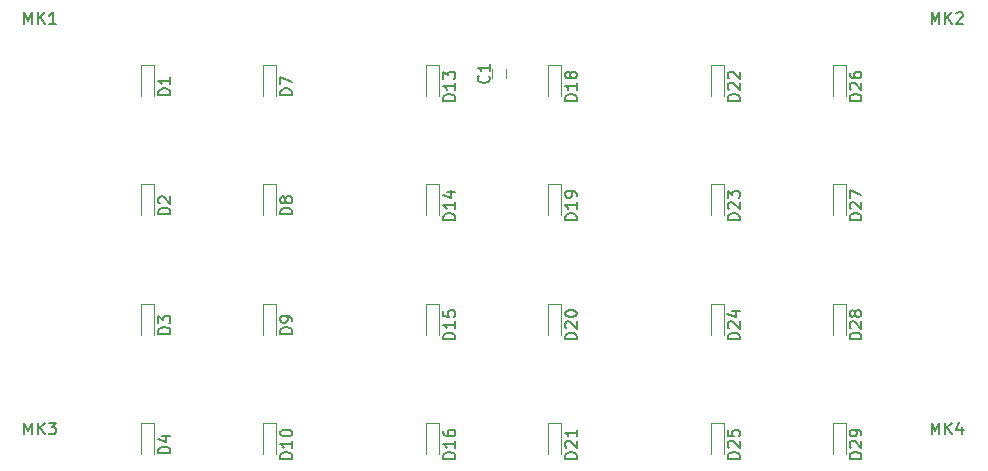
<source format=gbr>
G04 #@! TF.GenerationSoftware,KiCad,Pcbnew,(5.0.2)-1*
G04 #@! TF.CreationDate,2019-01-08T12:37:08+09:00*
G04 #@! TF.ProjectId,Caution Light Panel,43617574-696f-46e2-904c-696768742050,rev?*
G04 #@! TF.SameCoordinates,Original*
G04 #@! TF.FileFunction,Legend,Top*
G04 #@! TF.FilePolarity,Positive*
%FSLAX46Y46*%
G04 Gerber Fmt 4.6, Leading zero omitted, Abs format (unit mm)*
G04 Created by KiCad (PCBNEW (5.0.2)-1) date 1/8/2019 12:37:08 PM*
%MOMM*%
%LPD*%
G01*
G04 APERTURE LIST*
%ADD10C,0.120000*%
%ADD11C,0.150000*%
G04 APERTURE END LIST*
D10*
G04 #@! TO.C,C1*
X147480000Y-74090000D02*
X147480000Y-73390000D01*
X148680000Y-73390000D02*
X148680000Y-74090000D01*
G04 #@! TO.C,D1*
X118884600Y-73030400D02*
X117784600Y-73030400D01*
X117784600Y-73030400D02*
X117784600Y-75630400D01*
X118884600Y-73030400D02*
X118884600Y-75630400D01*
G04 #@! TO.C,D2*
X118884600Y-83130400D02*
X117784600Y-83130400D01*
X117784600Y-83130400D02*
X117784600Y-85730400D01*
X118884600Y-83130400D02*
X118884600Y-85730400D01*
G04 #@! TO.C,D3*
X118884600Y-93240400D02*
X117784600Y-93240400D01*
X117784600Y-93240400D02*
X117784600Y-95840400D01*
X118884600Y-93240400D02*
X118884600Y-95840400D01*
G04 #@! TO.C,D4*
X118884600Y-103350400D02*
X117784600Y-103350400D01*
X117784600Y-103350400D02*
X117784600Y-105950400D01*
X118884600Y-103350400D02*
X118884600Y-105950400D01*
G04 #@! TO.C,D7*
X129194600Y-73030400D02*
X128094600Y-73030400D01*
X128094600Y-73030400D02*
X128094600Y-75630400D01*
X129194600Y-73030400D02*
X129194600Y-75630400D01*
G04 #@! TO.C,D8*
X129194600Y-83130400D02*
X128094600Y-83130400D01*
X128094600Y-83130400D02*
X128094600Y-85730400D01*
X129194600Y-83130400D02*
X129194600Y-85730400D01*
G04 #@! TO.C,D9*
X129194600Y-93240400D02*
X128094600Y-93240400D01*
X128094600Y-93240400D02*
X128094600Y-95840400D01*
X129194600Y-93240400D02*
X129194600Y-95840400D01*
G04 #@! TO.C,D10*
X129194600Y-103350400D02*
X128094600Y-103350400D01*
X128094600Y-103350400D02*
X128094600Y-105950400D01*
X129194600Y-103350400D02*
X129194600Y-105950400D01*
G04 #@! TO.C,D13*
X142994600Y-73030400D02*
X141894600Y-73030400D01*
X141894600Y-73030400D02*
X141894600Y-75630400D01*
X142994600Y-73030400D02*
X142994600Y-75630400D01*
G04 #@! TO.C,D14*
X142994600Y-83130400D02*
X141894600Y-83130400D01*
X141894600Y-83130400D02*
X141894600Y-85730400D01*
X142994600Y-83130400D02*
X142994600Y-85730400D01*
G04 #@! TO.C,D15*
X142994600Y-93240400D02*
X141894600Y-93240400D01*
X141894600Y-93240400D02*
X141894600Y-95840400D01*
X142994600Y-93240400D02*
X142994600Y-95840400D01*
G04 #@! TO.C,D16*
X142994600Y-103350400D02*
X141894600Y-103350400D01*
X141894600Y-103350400D02*
X141894600Y-105950400D01*
X142994600Y-103350400D02*
X142994600Y-105950400D01*
G04 #@! TO.C,D18*
X153304600Y-73030400D02*
X152204600Y-73030400D01*
X152204600Y-73030400D02*
X152204600Y-75630400D01*
X153304600Y-73030400D02*
X153304600Y-75630400D01*
G04 #@! TO.C,D19*
X153304600Y-83130400D02*
X152204600Y-83130400D01*
X152204600Y-83130400D02*
X152204600Y-85730400D01*
X153304600Y-83130400D02*
X153304600Y-85730400D01*
G04 #@! TO.C,D20*
X153304600Y-93240400D02*
X152204600Y-93240400D01*
X152204600Y-93240400D02*
X152204600Y-95840400D01*
X153304600Y-93240400D02*
X153304600Y-95840400D01*
G04 #@! TO.C,D21*
X153304600Y-103350400D02*
X152204600Y-103350400D01*
X152204600Y-103350400D02*
X152204600Y-105950400D01*
X153304600Y-103350400D02*
X153304600Y-105950400D01*
G04 #@! TO.C,D22*
X167094600Y-73030400D02*
X165994600Y-73030400D01*
X165994600Y-73030400D02*
X165994600Y-75630400D01*
X167094600Y-73030400D02*
X167094600Y-75630400D01*
G04 #@! TO.C,D23*
X167094600Y-83130400D02*
X165994600Y-83130400D01*
X165994600Y-83130400D02*
X165994600Y-85730400D01*
X167094600Y-83130400D02*
X167094600Y-85730400D01*
G04 #@! TO.C,D24*
X167094600Y-93240400D02*
X165994600Y-93240400D01*
X165994600Y-93240400D02*
X165994600Y-95840400D01*
X167094600Y-93240400D02*
X167094600Y-95840400D01*
G04 #@! TO.C,D25*
X167094600Y-103350400D02*
X165994600Y-103350400D01*
X165994600Y-103350400D02*
X165994600Y-105950400D01*
X167094600Y-103350400D02*
X167094600Y-105950400D01*
G04 #@! TO.C,D26*
X177404600Y-73030400D02*
X176304600Y-73030400D01*
X176304600Y-73030400D02*
X176304600Y-75630400D01*
X177404600Y-73030400D02*
X177404600Y-75630400D01*
G04 #@! TO.C,D27*
X177404600Y-83130400D02*
X176304600Y-83130400D01*
X176304600Y-83130400D02*
X176304600Y-85730400D01*
X177404600Y-83130400D02*
X177404600Y-85730400D01*
G04 #@! TO.C,D28*
X177404600Y-93240400D02*
X176304600Y-93240400D01*
X176304600Y-93240400D02*
X176304600Y-95840400D01*
X177404600Y-93240400D02*
X177404600Y-95840400D01*
G04 #@! TO.C,D29*
X177404600Y-103350400D02*
X176304600Y-103350400D01*
X176304600Y-103350400D02*
X176304600Y-105950400D01*
X177404600Y-103350400D02*
X177404600Y-105950400D01*
G04 #@! TO.C,C1*
D11*
X147187142Y-73906666D02*
X147234761Y-73954285D01*
X147282380Y-74097142D01*
X147282380Y-74192380D01*
X147234761Y-74335238D01*
X147139523Y-74430476D01*
X147044285Y-74478095D01*
X146853809Y-74525714D01*
X146710952Y-74525714D01*
X146520476Y-74478095D01*
X146425238Y-74430476D01*
X146330000Y-74335238D01*
X146282380Y-74192380D01*
X146282380Y-74097142D01*
X146330000Y-73954285D01*
X146377619Y-73906666D01*
X147282380Y-72954285D02*
X147282380Y-73525714D01*
X147282380Y-73240000D02*
X146282380Y-73240000D01*
X146425238Y-73335238D01*
X146520476Y-73430476D01*
X146568095Y-73525714D01*
G04 #@! TO.C,D1*
X120236980Y-75568495D02*
X119236980Y-75568495D01*
X119236980Y-75330400D01*
X119284600Y-75187542D01*
X119379838Y-75092304D01*
X119475076Y-75044685D01*
X119665552Y-74997066D01*
X119808409Y-74997066D01*
X119998885Y-75044685D01*
X120094123Y-75092304D01*
X120189361Y-75187542D01*
X120236980Y-75330400D01*
X120236980Y-75568495D01*
X120236980Y-74044685D02*
X120236980Y-74616114D01*
X120236980Y-74330400D02*
X119236980Y-74330400D01*
X119379838Y-74425638D01*
X119475076Y-74520876D01*
X119522695Y-74616114D01*
G04 #@! TO.C,D2*
X120236980Y-85668495D02*
X119236980Y-85668495D01*
X119236980Y-85430400D01*
X119284600Y-85287542D01*
X119379838Y-85192304D01*
X119475076Y-85144685D01*
X119665552Y-85097066D01*
X119808409Y-85097066D01*
X119998885Y-85144685D01*
X120094123Y-85192304D01*
X120189361Y-85287542D01*
X120236980Y-85430400D01*
X120236980Y-85668495D01*
X119332219Y-84716114D02*
X119284600Y-84668495D01*
X119236980Y-84573257D01*
X119236980Y-84335161D01*
X119284600Y-84239923D01*
X119332219Y-84192304D01*
X119427457Y-84144685D01*
X119522695Y-84144685D01*
X119665552Y-84192304D01*
X120236980Y-84763733D01*
X120236980Y-84144685D01*
G04 #@! TO.C,D3*
X120236980Y-95778495D02*
X119236980Y-95778495D01*
X119236980Y-95540400D01*
X119284600Y-95397542D01*
X119379838Y-95302304D01*
X119475076Y-95254685D01*
X119665552Y-95207066D01*
X119808409Y-95207066D01*
X119998885Y-95254685D01*
X120094123Y-95302304D01*
X120189361Y-95397542D01*
X120236980Y-95540400D01*
X120236980Y-95778495D01*
X119236980Y-94873733D02*
X119236980Y-94254685D01*
X119617933Y-94588019D01*
X119617933Y-94445161D01*
X119665552Y-94349923D01*
X119713171Y-94302304D01*
X119808409Y-94254685D01*
X120046504Y-94254685D01*
X120141742Y-94302304D01*
X120189361Y-94349923D01*
X120236980Y-94445161D01*
X120236980Y-94730876D01*
X120189361Y-94826114D01*
X120141742Y-94873733D01*
G04 #@! TO.C,D4*
X120236980Y-105888495D02*
X119236980Y-105888495D01*
X119236980Y-105650400D01*
X119284600Y-105507542D01*
X119379838Y-105412304D01*
X119475076Y-105364685D01*
X119665552Y-105317066D01*
X119808409Y-105317066D01*
X119998885Y-105364685D01*
X120094123Y-105412304D01*
X120189361Y-105507542D01*
X120236980Y-105650400D01*
X120236980Y-105888495D01*
X119570314Y-104459923D02*
X120236980Y-104459923D01*
X119189361Y-104698019D02*
X119903647Y-104936114D01*
X119903647Y-104317066D01*
G04 #@! TO.C,D7*
X130546980Y-75568495D02*
X129546980Y-75568495D01*
X129546980Y-75330400D01*
X129594600Y-75187542D01*
X129689838Y-75092304D01*
X129785076Y-75044685D01*
X129975552Y-74997066D01*
X130118409Y-74997066D01*
X130308885Y-75044685D01*
X130404123Y-75092304D01*
X130499361Y-75187542D01*
X130546980Y-75330400D01*
X130546980Y-75568495D01*
X129546980Y-74663733D02*
X129546980Y-73997066D01*
X130546980Y-74425638D01*
G04 #@! TO.C,D8*
X130546980Y-85668495D02*
X129546980Y-85668495D01*
X129546980Y-85430400D01*
X129594600Y-85287542D01*
X129689838Y-85192304D01*
X129785076Y-85144685D01*
X129975552Y-85097066D01*
X130118409Y-85097066D01*
X130308885Y-85144685D01*
X130404123Y-85192304D01*
X130499361Y-85287542D01*
X130546980Y-85430400D01*
X130546980Y-85668495D01*
X129975552Y-84525638D02*
X129927933Y-84620876D01*
X129880314Y-84668495D01*
X129785076Y-84716114D01*
X129737457Y-84716114D01*
X129642219Y-84668495D01*
X129594600Y-84620876D01*
X129546980Y-84525638D01*
X129546980Y-84335161D01*
X129594600Y-84239923D01*
X129642219Y-84192304D01*
X129737457Y-84144685D01*
X129785076Y-84144685D01*
X129880314Y-84192304D01*
X129927933Y-84239923D01*
X129975552Y-84335161D01*
X129975552Y-84525638D01*
X130023171Y-84620876D01*
X130070790Y-84668495D01*
X130166028Y-84716114D01*
X130356504Y-84716114D01*
X130451742Y-84668495D01*
X130499361Y-84620876D01*
X130546980Y-84525638D01*
X130546980Y-84335161D01*
X130499361Y-84239923D01*
X130451742Y-84192304D01*
X130356504Y-84144685D01*
X130166028Y-84144685D01*
X130070790Y-84192304D01*
X130023171Y-84239923D01*
X129975552Y-84335161D01*
G04 #@! TO.C,D9*
X130546980Y-95778495D02*
X129546980Y-95778495D01*
X129546980Y-95540400D01*
X129594600Y-95397542D01*
X129689838Y-95302304D01*
X129785076Y-95254685D01*
X129975552Y-95207066D01*
X130118409Y-95207066D01*
X130308885Y-95254685D01*
X130404123Y-95302304D01*
X130499361Y-95397542D01*
X130546980Y-95540400D01*
X130546980Y-95778495D01*
X130546980Y-94730876D02*
X130546980Y-94540400D01*
X130499361Y-94445161D01*
X130451742Y-94397542D01*
X130308885Y-94302304D01*
X130118409Y-94254685D01*
X129737457Y-94254685D01*
X129642219Y-94302304D01*
X129594600Y-94349923D01*
X129546980Y-94445161D01*
X129546980Y-94635638D01*
X129594600Y-94730876D01*
X129642219Y-94778495D01*
X129737457Y-94826114D01*
X129975552Y-94826114D01*
X130070790Y-94778495D01*
X130118409Y-94730876D01*
X130166028Y-94635638D01*
X130166028Y-94445161D01*
X130118409Y-94349923D01*
X130070790Y-94302304D01*
X129975552Y-94254685D01*
G04 #@! TO.C,D10*
X130546980Y-106364685D02*
X129546980Y-106364685D01*
X129546980Y-106126590D01*
X129594600Y-105983733D01*
X129689838Y-105888495D01*
X129785076Y-105840876D01*
X129975552Y-105793257D01*
X130118409Y-105793257D01*
X130308885Y-105840876D01*
X130404123Y-105888495D01*
X130499361Y-105983733D01*
X130546980Y-106126590D01*
X130546980Y-106364685D01*
X130546980Y-104840876D02*
X130546980Y-105412304D01*
X130546980Y-105126590D02*
X129546980Y-105126590D01*
X129689838Y-105221828D01*
X129785076Y-105317066D01*
X129832695Y-105412304D01*
X129546980Y-104221828D02*
X129546980Y-104126590D01*
X129594600Y-104031352D01*
X129642219Y-103983733D01*
X129737457Y-103936114D01*
X129927933Y-103888495D01*
X130166028Y-103888495D01*
X130356504Y-103936114D01*
X130451742Y-103983733D01*
X130499361Y-104031352D01*
X130546980Y-104126590D01*
X130546980Y-104221828D01*
X130499361Y-104317066D01*
X130451742Y-104364685D01*
X130356504Y-104412304D01*
X130166028Y-104459923D01*
X129927933Y-104459923D01*
X129737457Y-104412304D01*
X129642219Y-104364685D01*
X129594600Y-104317066D01*
X129546980Y-104221828D01*
G04 #@! TO.C,D13*
X144346980Y-76044685D02*
X143346980Y-76044685D01*
X143346980Y-75806590D01*
X143394600Y-75663733D01*
X143489838Y-75568495D01*
X143585076Y-75520876D01*
X143775552Y-75473257D01*
X143918409Y-75473257D01*
X144108885Y-75520876D01*
X144204123Y-75568495D01*
X144299361Y-75663733D01*
X144346980Y-75806590D01*
X144346980Y-76044685D01*
X144346980Y-74520876D02*
X144346980Y-75092304D01*
X144346980Y-74806590D02*
X143346980Y-74806590D01*
X143489838Y-74901828D01*
X143585076Y-74997066D01*
X143632695Y-75092304D01*
X143346980Y-74187542D02*
X143346980Y-73568495D01*
X143727933Y-73901828D01*
X143727933Y-73758971D01*
X143775552Y-73663733D01*
X143823171Y-73616114D01*
X143918409Y-73568495D01*
X144156504Y-73568495D01*
X144251742Y-73616114D01*
X144299361Y-73663733D01*
X144346980Y-73758971D01*
X144346980Y-74044685D01*
X144299361Y-74139923D01*
X144251742Y-74187542D01*
G04 #@! TO.C,D14*
X144346980Y-86144685D02*
X143346980Y-86144685D01*
X143346980Y-85906590D01*
X143394600Y-85763733D01*
X143489838Y-85668495D01*
X143585076Y-85620876D01*
X143775552Y-85573257D01*
X143918409Y-85573257D01*
X144108885Y-85620876D01*
X144204123Y-85668495D01*
X144299361Y-85763733D01*
X144346980Y-85906590D01*
X144346980Y-86144685D01*
X144346980Y-84620876D02*
X144346980Y-85192304D01*
X144346980Y-84906590D02*
X143346980Y-84906590D01*
X143489838Y-85001828D01*
X143585076Y-85097066D01*
X143632695Y-85192304D01*
X143680314Y-83763733D02*
X144346980Y-83763733D01*
X143299361Y-84001828D02*
X144013647Y-84239923D01*
X144013647Y-83620876D01*
G04 #@! TO.C,D15*
X144346980Y-96254685D02*
X143346980Y-96254685D01*
X143346980Y-96016590D01*
X143394600Y-95873733D01*
X143489838Y-95778495D01*
X143585076Y-95730876D01*
X143775552Y-95683257D01*
X143918409Y-95683257D01*
X144108885Y-95730876D01*
X144204123Y-95778495D01*
X144299361Y-95873733D01*
X144346980Y-96016590D01*
X144346980Y-96254685D01*
X144346980Y-94730876D02*
X144346980Y-95302304D01*
X144346980Y-95016590D02*
X143346980Y-95016590D01*
X143489838Y-95111828D01*
X143585076Y-95207066D01*
X143632695Y-95302304D01*
X143346980Y-93826114D02*
X143346980Y-94302304D01*
X143823171Y-94349923D01*
X143775552Y-94302304D01*
X143727933Y-94207066D01*
X143727933Y-93968971D01*
X143775552Y-93873733D01*
X143823171Y-93826114D01*
X143918409Y-93778495D01*
X144156504Y-93778495D01*
X144251742Y-93826114D01*
X144299361Y-93873733D01*
X144346980Y-93968971D01*
X144346980Y-94207066D01*
X144299361Y-94302304D01*
X144251742Y-94349923D01*
G04 #@! TO.C,D16*
X144346980Y-106364685D02*
X143346980Y-106364685D01*
X143346980Y-106126590D01*
X143394600Y-105983733D01*
X143489838Y-105888495D01*
X143585076Y-105840876D01*
X143775552Y-105793257D01*
X143918409Y-105793257D01*
X144108885Y-105840876D01*
X144204123Y-105888495D01*
X144299361Y-105983733D01*
X144346980Y-106126590D01*
X144346980Y-106364685D01*
X144346980Y-104840876D02*
X144346980Y-105412304D01*
X144346980Y-105126590D02*
X143346980Y-105126590D01*
X143489838Y-105221828D01*
X143585076Y-105317066D01*
X143632695Y-105412304D01*
X143346980Y-103983733D02*
X143346980Y-104174209D01*
X143394600Y-104269447D01*
X143442219Y-104317066D01*
X143585076Y-104412304D01*
X143775552Y-104459923D01*
X144156504Y-104459923D01*
X144251742Y-104412304D01*
X144299361Y-104364685D01*
X144346980Y-104269447D01*
X144346980Y-104078971D01*
X144299361Y-103983733D01*
X144251742Y-103936114D01*
X144156504Y-103888495D01*
X143918409Y-103888495D01*
X143823171Y-103936114D01*
X143775552Y-103983733D01*
X143727933Y-104078971D01*
X143727933Y-104269447D01*
X143775552Y-104364685D01*
X143823171Y-104412304D01*
X143918409Y-104459923D01*
G04 #@! TO.C,D18*
X154656980Y-76044685D02*
X153656980Y-76044685D01*
X153656980Y-75806590D01*
X153704600Y-75663733D01*
X153799838Y-75568495D01*
X153895076Y-75520876D01*
X154085552Y-75473257D01*
X154228409Y-75473257D01*
X154418885Y-75520876D01*
X154514123Y-75568495D01*
X154609361Y-75663733D01*
X154656980Y-75806590D01*
X154656980Y-76044685D01*
X154656980Y-74520876D02*
X154656980Y-75092304D01*
X154656980Y-74806590D02*
X153656980Y-74806590D01*
X153799838Y-74901828D01*
X153895076Y-74997066D01*
X153942695Y-75092304D01*
X154085552Y-73949447D02*
X154037933Y-74044685D01*
X153990314Y-74092304D01*
X153895076Y-74139923D01*
X153847457Y-74139923D01*
X153752219Y-74092304D01*
X153704600Y-74044685D01*
X153656980Y-73949447D01*
X153656980Y-73758971D01*
X153704600Y-73663733D01*
X153752219Y-73616114D01*
X153847457Y-73568495D01*
X153895076Y-73568495D01*
X153990314Y-73616114D01*
X154037933Y-73663733D01*
X154085552Y-73758971D01*
X154085552Y-73949447D01*
X154133171Y-74044685D01*
X154180790Y-74092304D01*
X154276028Y-74139923D01*
X154466504Y-74139923D01*
X154561742Y-74092304D01*
X154609361Y-74044685D01*
X154656980Y-73949447D01*
X154656980Y-73758971D01*
X154609361Y-73663733D01*
X154561742Y-73616114D01*
X154466504Y-73568495D01*
X154276028Y-73568495D01*
X154180790Y-73616114D01*
X154133171Y-73663733D01*
X154085552Y-73758971D01*
G04 #@! TO.C,D19*
X154656980Y-86144685D02*
X153656980Y-86144685D01*
X153656980Y-85906590D01*
X153704600Y-85763733D01*
X153799838Y-85668495D01*
X153895076Y-85620876D01*
X154085552Y-85573257D01*
X154228409Y-85573257D01*
X154418885Y-85620876D01*
X154514123Y-85668495D01*
X154609361Y-85763733D01*
X154656980Y-85906590D01*
X154656980Y-86144685D01*
X154656980Y-84620876D02*
X154656980Y-85192304D01*
X154656980Y-84906590D02*
X153656980Y-84906590D01*
X153799838Y-85001828D01*
X153895076Y-85097066D01*
X153942695Y-85192304D01*
X154656980Y-84144685D02*
X154656980Y-83954209D01*
X154609361Y-83858971D01*
X154561742Y-83811352D01*
X154418885Y-83716114D01*
X154228409Y-83668495D01*
X153847457Y-83668495D01*
X153752219Y-83716114D01*
X153704600Y-83763733D01*
X153656980Y-83858971D01*
X153656980Y-84049447D01*
X153704600Y-84144685D01*
X153752219Y-84192304D01*
X153847457Y-84239923D01*
X154085552Y-84239923D01*
X154180790Y-84192304D01*
X154228409Y-84144685D01*
X154276028Y-84049447D01*
X154276028Y-83858971D01*
X154228409Y-83763733D01*
X154180790Y-83716114D01*
X154085552Y-83668495D01*
G04 #@! TO.C,D20*
X154656980Y-96254685D02*
X153656980Y-96254685D01*
X153656980Y-96016590D01*
X153704600Y-95873733D01*
X153799838Y-95778495D01*
X153895076Y-95730876D01*
X154085552Y-95683257D01*
X154228409Y-95683257D01*
X154418885Y-95730876D01*
X154514123Y-95778495D01*
X154609361Y-95873733D01*
X154656980Y-96016590D01*
X154656980Y-96254685D01*
X153752219Y-95302304D02*
X153704600Y-95254685D01*
X153656980Y-95159447D01*
X153656980Y-94921352D01*
X153704600Y-94826114D01*
X153752219Y-94778495D01*
X153847457Y-94730876D01*
X153942695Y-94730876D01*
X154085552Y-94778495D01*
X154656980Y-95349923D01*
X154656980Y-94730876D01*
X153656980Y-94111828D02*
X153656980Y-94016590D01*
X153704600Y-93921352D01*
X153752219Y-93873733D01*
X153847457Y-93826114D01*
X154037933Y-93778495D01*
X154276028Y-93778495D01*
X154466504Y-93826114D01*
X154561742Y-93873733D01*
X154609361Y-93921352D01*
X154656980Y-94016590D01*
X154656980Y-94111828D01*
X154609361Y-94207066D01*
X154561742Y-94254685D01*
X154466504Y-94302304D01*
X154276028Y-94349923D01*
X154037933Y-94349923D01*
X153847457Y-94302304D01*
X153752219Y-94254685D01*
X153704600Y-94207066D01*
X153656980Y-94111828D01*
G04 #@! TO.C,D21*
X154656980Y-106364685D02*
X153656980Y-106364685D01*
X153656980Y-106126590D01*
X153704600Y-105983733D01*
X153799838Y-105888495D01*
X153895076Y-105840876D01*
X154085552Y-105793257D01*
X154228409Y-105793257D01*
X154418885Y-105840876D01*
X154514123Y-105888495D01*
X154609361Y-105983733D01*
X154656980Y-106126590D01*
X154656980Y-106364685D01*
X153752219Y-105412304D02*
X153704600Y-105364685D01*
X153656980Y-105269447D01*
X153656980Y-105031352D01*
X153704600Y-104936114D01*
X153752219Y-104888495D01*
X153847457Y-104840876D01*
X153942695Y-104840876D01*
X154085552Y-104888495D01*
X154656980Y-105459923D01*
X154656980Y-104840876D01*
X154656980Y-103888495D02*
X154656980Y-104459923D01*
X154656980Y-104174209D02*
X153656980Y-104174209D01*
X153799838Y-104269447D01*
X153895076Y-104364685D01*
X153942695Y-104459923D01*
G04 #@! TO.C,D22*
X168446980Y-76044685D02*
X167446980Y-76044685D01*
X167446980Y-75806590D01*
X167494600Y-75663733D01*
X167589838Y-75568495D01*
X167685076Y-75520876D01*
X167875552Y-75473257D01*
X168018409Y-75473257D01*
X168208885Y-75520876D01*
X168304123Y-75568495D01*
X168399361Y-75663733D01*
X168446980Y-75806590D01*
X168446980Y-76044685D01*
X167542219Y-75092304D02*
X167494600Y-75044685D01*
X167446980Y-74949447D01*
X167446980Y-74711352D01*
X167494600Y-74616114D01*
X167542219Y-74568495D01*
X167637457Y-74520876D01*
X167732695Y-74520876D01*
X167875552Y-74568495D01*
X168446980Y-75139923D01*
X168446980Y-74520876D01*
X167542219Y-74139923D02*
X167494600Y-74092304D01*
X167446980Y-73997066D01*
X167446980Y-73758971D01*
X167494600Y-73663733D01*
X167542219Y-73616114D01*
X167637457Y-73568495D01*
X167732695Y-73568495D01*
X167875552Y-73616114D01*
X168446980Y-74187542D01*
X168446980Y-73568495D01*
G04 #@! TO.C,D23*
X168446980Y-86144685D02*
X167446980Y-86144685D01*
X167446980Y-85906590D01*
X167494600Y-85763733D01*
X167589838Y-85668495D01*
X167685076Y-85620876D01*
X167875552Y-85573257D01*
X168018409Y-85573257D01*
X168208885Y-85620876D01*
X168304123Y-85668495D01*
X168399361Y-85763733D01*
X168446980Y-85906590D01*
X168446980Y-86144685D01*
X167542219Y-85192304D02*
X167494600Y-85144685D01*
X167446980Y-85049447D01*
X167446980Y-84811352D01*
X167494600Y-84716114D01*
X167542219Y-84668495D01*
X167637457Y-84620876D01*
X167732695Y-84620876D01*
X167875552Y-84668495D01*
X168446980Y-85239923D01*
X168446980Y-84620876D01*
X167446980Y-84287542D02*
X167446980Y-83668495D01*
X167827933Y-84001828D01*
X167827933Y-83858971D01*
X167875552Y-83763733D01*
X167923171Y-83716114D01*
X168018409Y-83668495D01*
X168256504Y-83668495D01*
X168351742Y-83716114D01*
X168399361Y-83763733D01*
X168446980Y-83858971D01*
X168446980Y-84144685D01*
X168399361Y-84239923D01*
X168351742Y-84287542D01*
G04 #@! TO.C,D24*
X168446980Y-96254685D02*
X167446980Y-96254685D01*
X167446980Y-96016590D01*
X167494600Y-95873733D01*
X167589838Y-95778495D01*
X167685076Y-95730876D01*
X167875552Y-95683257D01*
X168018409Y-95683257D01*
X168208885Y-95730876D01*
X168304123Y-95778495D01*
X168399361Y-95873733D01*
X168446980Y-96016590D01*
X168446980Y-96254685D01*
X167542219Y-95302304D02*
X167494600Y-95254685D01*
X167446980Y-95159447D01*
X167446980Y-94921352D01*
X167494600Y-94826114D01*
X167542219Y-94778495D01*
X167637457Y-94730876D01*
X167732695Y-94730876D01*
X167875552Y-94778495D01*
X168446980Y-95349923D01*
X168446980Y-94730876D01*
X167780314Y-93873733D02*
X168446980Y-93873733D01*
X167399361Y-94111828D02*
X168113647Y-94349923D01*
X168113647Y-93730876D01*
G04 #@! TO.C,D25*
X168446980Y-106364685D02*
X167446980Y-106364685D01*
X167446980Y-106126590D01*
X167494600Y-105983733D01*
X167589838Y-105888495D01*
X167685076Y-105840876D01*
X167875552Y-105793257D01*
X168018409Y-105793257D01*
X168208885Y-105840876D01*
X168304123Y-105888495D01*
X168399361Y-105983733D01*
X168446980Y-106126590D01*
X168446980Y-106364685D01*
X167542219Y-105412304D02*
X167494600Y-105364685D01*
X167446980Y-105269447D01*
X167446980Y-105031352D01*
X167494600Y-104936114D01*
X167542219Y-104888495D01*
X167637457Y-104840876D01*
X167732695Y-104840876D01*
X167875552Y-104888495D01*
X168446980Y-105459923D01*
X168446980Y-104840876D01*
X167446980Y-103936114D02*
X167446980Y-104412304D01*
X167923171Y-104459923D01*
X167875552Y-104412304D01*
X167827933Y-104317066D01*
X167827933Y-104078971D01*
X167875552Y-103983733D01*
X167923171Y-103936114D01*
X168018409Y-103888495D01*
X168256504Y-103888495D01*
X168351742Y-103936114D01*
X168399361Y-103983733D01*
X168446980Y-104078971D01*
X168446980Y-104317066D01*
X168399361Y-104412304D01*
X168351742Y-104459923D01*
G04 #@! TO.C,D26*
X178756980Y-76044685D02*
X177756980Y-76044685D01*
X177756980Y-75806590D01*
X177804600Y-75663733D01*
X177899838Y-75568495D01*
X177995076Y-75520876D01*
X178185552Y-75473257D01*
X178328409Y-75473257D01*
X178518885Y-75520876D01*
X178614123Y-75568495D01*
X178709361Y-75663733D01*
X178756980Y-75806590D01*
X178756980Y-76044685D01*
X177852219Y-75092304D02*
X177804600Y-75044685D01*
X177756980Y-74949447D01*
X177756980Y-74711352D01*
X177804600Y-74616114D01*
X177852219Y-74568495D01*
X177947457Y-74520876D01*
X178042695Y-74520876D01*
X178185552Y-74568495D01*
X178756980Y-75139923D01*
X178756980Y-74520876D01*
X177756980Y-73663733D02*
X177756980Y-73854209D01*
X177804600Y-73949447D01*
X177852219Y-73997066D01*
X177995076Y-74092304D01*
X178185552Y-74139923D01*
X178566504Y-74139923D01*
X178661742Y-74092304D01*
X178709361Y-74044685D01*
X178756980Y-73949447D01*
X178756980Y-73758971D01*
X178709361Y-73663733D01*
X178661742Y-73616114D01*
X178566504Y-73568495D01*
X178328409Y-73568495D01*
X178233171Y-73616114D01*
X178185552Y-73663733D01*
X178137933Y-73758971D01*
X178137933Y-73949447D01*
X178185552Y-74044685D01*
X178233171Y-74092304D01*
X178328409Y-74139923D01*
G04 #@! TO.C,D27*
X178756980Y-86144685D02*
X177756980Y-86144685D01*
X177756980Y-85906590D01*
X177804600Y-85763733D01*
X177899838Y-85668495D01*
X177995076Y-85620876D01*
X178185552Y-85573257D01*
X178328409Y-85573257D01*
X178518885Y-85620876D01*
X178614123Y-85668495D01*
X178709361Y-85763733D01*
X178756980Y-85906590D01*
X178756980Y-86144685D01*
X177852219Y-85192304D02*
X177804600Y-85144685D01*
X177756980Y-85049447D01*
X177756980Y-84811352D01*
X177804600Y-84716114D01*
X177852219Y-84668495D01*
X177947457Y-84620876D01*
X178042695Y-84620876D01*
X178185552Y-84668495D01*
X178756980Y-85239923D01*
X178756980Y-84620876D01*
X177756980Y-84287542D02*
X177756980Y-83620876D01*
X178756980Y-84049447D01*
G04 #@! TO.C,D28*
X178756980Y-96254685D02*
X177756980Y-96254685D01*
X177756980Y-96016590D01*
X177804600Y-95873733D01*
X177899838Y-95778495D01*
X177995076Y-95730876D01*
X178185552Y-95683257D01*
X178328409Y-95683257D01*
X178518885Y-95730876D01*
X178614123Y-95778495D01*
X178709361Y-95873733D01*
X178756980Y-96016590D01*
X178756980Y-96254685D01*
X177852219Y-95302304D02*
X177804600Y-95254685D01*
X177756980Y-95159447D01*
X177756980Y-94921352D01*
X177804600Y-94826114D01*
X177852219Y-94778495D01*
X177947457Y-94730876D01*
X178042695Y-94730876D01*
X178185552Y-94778495D01*
X178756980Y-95349923D01*
X178756980Y-94730876D01*
X178185552Y-94159447D02*
X178137933Y-94254685D01*
X178090314Y-94302304D01*
X177995076Y-94349923D01*
X177947457Y-94349923D01*
X177852219Y-94302304D01*
X177804600Y-94254685D01*
X177756980Y-94159447D01*
X177756980Y-93968971D01*
X177804600Y-93873733D01*
X177852219Y-93826114D01*
X177947457Y-93778495D01*
X177995076Y-93778495D01*
X178090314Y-93826114D01*
X178137933Y-93873733D01*
X178185552Y-93968971D01*
X178185552Y-94159447D01*
X178233171Y-94254685D01*
X178280790Y-94302304D01*
X178376028Y-94349923D01*
X178566504Y-94349923D01*
X178661742Y-94302304D01*
X178709361Y-94254685D01*
X178756980Y-94159447D01*
X178756980Y-93968971D01*
X178709361Y-93873733D01*
X178661742Y-93826114D01*
X178566504Y-93778495D01*
X178376028Y-93778495D01*
X178280790Y-93826114D01*
X178233171Y-93873733D01*
X178185552Y-93968971D01*
G04 #@! TO.C,D29*
X178756980Y-106364685D02*
X177756980Y-106364685D01*
X177756980Y-106126590D01*
X177804600Y-105983733D01*
X177899838Y-105888495D01*
X177995076Y-105840876D01*
X178185552Y-105793257D01*
X178328409Y-105793257D01*
X178518885Y-105840876D01*
X178614123Y-105888495D01*
X178709361Y-105983733D01*
X178756980Y-106126590D01*
X178756980Y-106364685D01*
X177852219Y-105412304D02*
X177804600Y-105364685D01*
X177756980Y-105269447D01*
X177756980Y-105031352D01*
X177804600Y-104936114D01*
X177852219Y-104888495D01*
X177947457Y-104840876D01*
X178042695Y-104840876D01*
X178185552Y-104888495D01*
X178756980Y-105459923D01*
X178756980Y-104840876D01*
X178756980Y-104364685D02*
X178756980Y-104174209D01*
X178709361Y-104078971D01*
X178661742Y-104031352D01*
X178518885Y-103936114D01*
X178328409Y-103888495D01*
X177947457Y-103888495D01*
X177852219Y-103936114D01*
X177804600Y-103983733D01*
X177756980Y-104078971D01*
X177756980Y-104269447D01*
X177804600Y-104364685D01*
X177852219Y-104412304D01*
X177947457Y-104459923D01*
X178185552Y-104459923D01*
X178280790Y-104412304D01*
X178328409Y-104364685D01*
X178376028Y-104269447D01*
X178376028Y-104078971D01*
X178328409Y-103983733D01*
X178280790Y-103936114D01*
X178185552Y-103888495D01*
G04 #@! TO.C,MK1*
X107885076Y-69552780D02*
X107885076Y-68552780D01*
X108218409Y-69267066D01*
X108551742Y-68552780D01*
X108551742Y-69552780D01*
X109027933Y-69552780D02*
X109027933Y-68552780D01*
X109599361Y-69552780D02*
X109170790Y-68981352D01*
X109599361Y-68552780D02*
X109027933Y-69124209D01*
X110551742Y-69552780D02*
X109980314Y-69552780D01*
X110266028Y-69552780D02*
X110266028Y-68552780D01*
X110170790Y-68695638D01*
X110075552Y-68790876D01*
X109980314Y-68838495D01*
G04 #@! TO.C,MK2*
X184685076Y-69552780D02*
X184685076Y-68552780D01*
X185018409Y-69267066D01*
X185351742Y-68552780D01*
X185351742Y-69552780D01*
X185827933Y-69552780D02*
X185827933Y-68552780D01*
X186399361Y-69552780D02*
X185970790Y-68981352D01*
X186399361Y-68552780D02*
X185827933Y-69124209D01*
X186780314Y-68648019D02*
X186827933Y-68600400D01*
X186923171Y-68552780D01*
X187161266Y-68552780D01*
X187256504Y-68600400D01*
X187304123Y-68648019D01*
X187351742Y-68743257D01*
X187351742Y-68838495D01*
X187304123Y-68981352D01*
X186732695Y-69552780D01*
X187351742Y-69552780D01*
G04 #@! TO.C,MK3*
X107885076Y-104292780D02*
X107885076Y-103292780D01*
X108218409Y-104007066D01*
X108551742Y-103292780D01*
X108551742Y-104292780D01*
X109027933Y-104292780D02*
X109027933Y-103292780D01*
X109599361Y-104292780D02*
X109170790Y-103721352D01*
X109599361Y-103292780D02*
X109027933Y-103864209D01*
X109932695Y-103292780D02*
X110551742Y-103292780D01*
X110218409Y-103673733D01*
X110361266Y-103673733D01*
X110456504Y-103721352D01*
X110504123Y-103768971D01*
X110551742Y-103864209D01*
X110551742Y-104102304D01*
X110504123Y-104197542D01*
X110456504Y-104245161D01*
X110361266Y-104292780D01*
X110075552Y-104292780D01*
X109980314Y-104245161D01*
X109932695Y-104197542D01*
G04 #@! TO.C,MK4*
X184685076Y-104292780D02*
X184685076Y-103292780D01*
X185018409Y-104007066D01*
X185351742Y-103292780D01*
X185351742Y-104292780D01*
X185827933Y-104292780D02*
X185827933Y-103292780D01*
X186399361Y-104292780D02*
X185970790Y-103721352D01*
X186399361Y-103292780D02*
X185827933Y-103864209D01*
X187256504Y-103626114D02*
X187256504Y-104292780D01*
X187018409Y-103245161D02*
X186780314Y-103959447D01*
X187399361Y-103959447D01*
G04 #@! TD*
M02*

</source>
